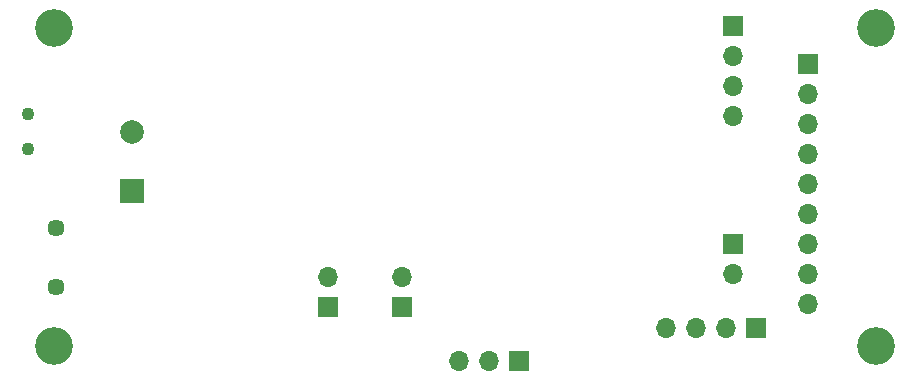
<source format=gbs>
G04 #@! TF.GenerationSoftware,KiCad,Pcbnew,(5.1.9)-1*
G04 #@! TF.CreationDate,2021-04-11T12:01:03+02:00*
G04 #@! TF.ProjectId,mainboard,6d61696e-626f-4617-9264-2e6b69636164,rev?*
G04 #@! TF.SameCoordinates,Original*
G04 #@! TF.FileFunction,Soldermask,Bot*
G04 #@! TF.FilePolarity,Negative*
%FSLAX46Y46*%
G04 Gerber Fmt 4.6, Leading zero omitted, Abs format (unit mm)*
G04 Created by KiCad (PCBNEW (5.1.9)-1) date 2021-04-11 12:01:03*
%MOMM*%
%LPD*%
G01*
G04 APERTURE LIST*
%ADD10C,3.200000*%
%ADD11O,1.700000X1.700000*%
%ADD12R,1.700000X1.700000*%
%ADD13C,2.000000*%
%ADD14R,2.000000X2.000000*%
%ADD15C,1.102360*%
%ADD16C,1.450000*%
G04 APERTURE END LIST*
D10*
X144780000Y-85852000D03*
X144780000Y-112776000D03*
X75184000Y-112776000D03*
X75184000Y-85852000D03*
D11*
X132715000Y-93345000D03*
X132715000Y-90805000D03*
X132715000Y-88265000D03*
D12*
X132715000Y-85725000D03*
D13*
X81788000Y-94695000D03*
D14*
X81788000Y-99695000D03*
D15*
X73025000Y-93116400D03*
X73025000Y-96113600D03*
D16*
X75344000Y-107783000D03*
X75344000Y-102783000D03*
D11*
X109474000Y-114046000D03*
X112014000Y-114046000D03*
D12*
X114554000Y-114046000D03*
D11*
X127000000Y-111252000D03*
X129540000Y-111252000D03*
X132080000Y-111252000D03*
D12*
X134620000Y-111252000D03*
D11*
X132715000Y-106680000D03*
D12*
X132715000Y-104140000D03*
D11*
X98425000Y-106934000D03*
D12*
X98425000Y-109474000D03*
D11*
X139065000Y-109220000D03*
X139065000Y-106680000D03*
X139065000Y-104140000D03*
X139065000Y-101600000D03*
X139065000Y-99060000D03*
X139065000Y-96520000D03*
X139065000Y-93980000D03*
X139065000Y-91440000D03*
D12*
X139065000Y-88900000D03*
D11*
X104648000Y-106934000D03*
D12*
X104648000Y-109474000D03*
M02*

</source>
